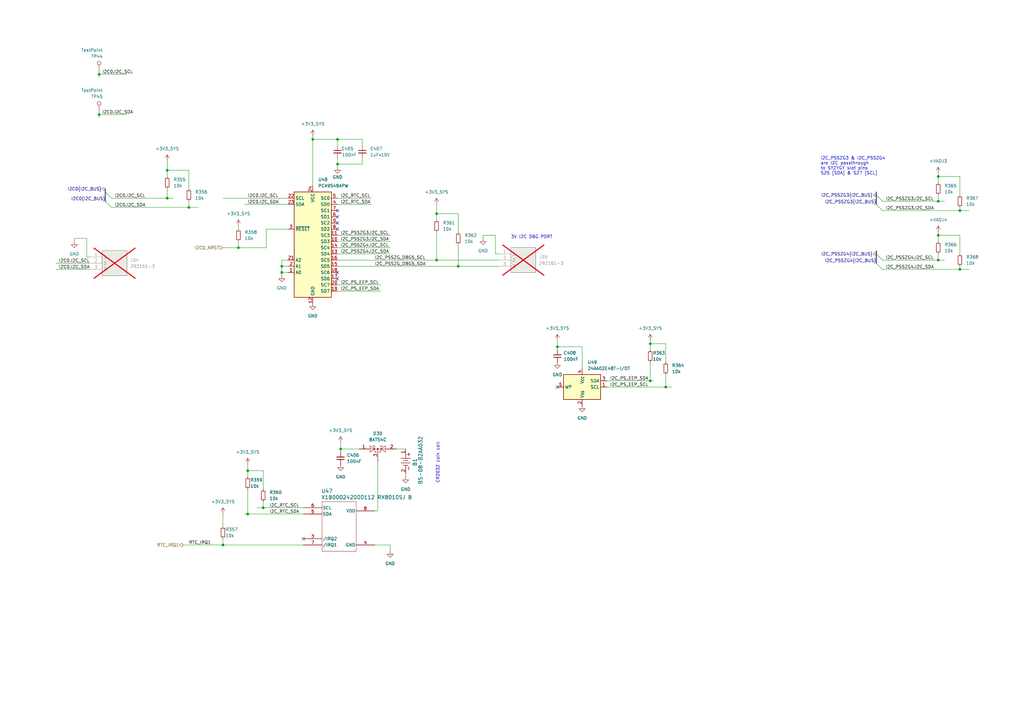
<source format=kicad_sch>
(kicad_sch (version 20250114) (generator "eeschema") (generator_version "9.0")
  (paper "A3")
  (title_block (title "NASR-M") (date "2025-09-26") (rev "D 0.9.4") (company "electrodyssey.net") (comment 2 "(c) Nazim 2025") (comment 3 "Author: Nazim Aghabayov") (comment 4 "SYZYGY Carrier Mainboard") (comment 5 "rel: Fletched Bustard"))
  (lib_symbols
    (symbol "292161-3:292161-3"
      (property "Reference" "J" (at 16.51 7.62 0))
      (property "Value" "292161-3" (at 16.51 5.08 0))
      (symbol "292161-3_1_1"
        (rectangle (start 5.08 2.54) (end 15.24 -7.62) (stroke (width 0.254)) (fill (type background)))
        (pin passive line (at 0 0 0) (length 5.08) (name "1") (number "1"))
        (pin passive line (at 0 -2.54 0) (length 5.08) (name "2") (number "2"))
        (pin passive line (at 0 -5.08 0) (length 5.08) (name "3") (number "3"))
      )
    )
    (symbol "BS-08-B2AA032:BS-08-B2AA032" (pin_names (offset 0.254))
      (property "Reference" "B" (at 4.826 3.81 0))
      (property "Value" "BS-08-B2AA032" (at 4.826 -3.81 0))
      (symbol "BS-08-B2AA032_0_1"
        (polyline (pts (xy 1.5875 1.27) (xy 2.8575 1.27)) (stroke (width 0.2032)))
        (polyline (pts (xy 2.2225 0.635) (xy 2.2225 1.905)) (stroke (width 0.2032)))
        (polyline (pts (xy 2.54 0) (xy 3.81 0)) (stroke (width 0.2032)))
        (polyline (pts (xy 3.81 -1.905) (xy 3.81 1.905)) (stroke (width 0.2032)))
        (polyline (pts (xy 4.7625 0.9525) (xy 4.7625 -0.9525)) (stroke (width 0.2032)))
        (polyline (pts (xy 5.715 -1.905) (xy 5.715 1.905)) (stroke (width 0.2032)))
        (polyline (pts (xy 6.6675 0.9525) (xy 6.6675 -0.9525)) (stroke (width 0.2032)))
        (polyline (pts (xy 6.6675 0) (xy 7.62 0)) (stroke (width 0.2032)))
        (polyline (pts (xy 7.3025 1.27) (xy 8.5725 1.27)) (stroke (width 0.2032)))
        (pin unspecified line (at 0 0 0) (length 2.54) (name "") (number "1"))
        (pin unspecified line (at 10.16 0 180) (length 2.54) (name "") (number "2"))
      )
    )
    (symbol "Connector:TestPoint" (pin_numbers (hide yes)) (pin_names (offset 0.762) (hide yes))
      (property "Reference" "TP" (at 0 6.858 0))
      (property "Value" "TestPoint" (at 0 5.08 0))
      (symbol "TestPoint_0_1"
        (circle (center 0 3.302) (radius 0.762))
      )
      (symbol "TestPoint_1_1"
        (pin passive line (at 0 0 90) (length 2.54) (name "1") (number "1"))
      )
    )
    (symbol "Device:C_Small" (pin_numbers (hide yes)) (pin_names (offset 0.254) (hide yes))
      (property "Reference" "C" (at 0.254 1.778 0))
      (property "Value" "C_Small" (at 0.254 -2.032 0))
      (symbol "C_Small_0_1"
        (polyline (pts (xy -1.524 0.508) (xy 1.524 0.508)) (stroke (width 0.3048)))
        (polyline (pts (xy -1.524 -0.508) (xy 1.524 -0.508)) (stroke (width 0.3302)))
      )
      (symbol "C_Small_1_1"
        (pin passive line (at 0 2.54 270) (length 2.032) (name "~") (number "1"))
        (pin passive line (at 0 -2.54 90) (length 2.032) (name "~") (number "2"))
      )
    )
    (symbol "Device:R_Small" (pin_numbers (hide yes)) (pin_names (offset 0.254) (hide yes))
      (property "Reference" "R" (at 0.762 0.508 0))
      (property "Value" "R_Small" (at 0.762 -1.016 0))
      (symbol "R_Small_0_1"
        (rectangle (start -0.762 1.778) (end 0.762 -1.778) (stroke (width 0.2032)))
      )
      (symbol "R_Small_1_1"
        (pin passive line (at 0 2.54 270) (length 0.762) (name "~") (number "1"))
        (pin passive line (at 0 -2.54 90) (length 0.762) (name "~") (number "2"))
      )
    )
    (symbol "Diode:BAT54C" (pin_names (offset 1.016))
      (property "Reference" "D" (at 0.635 -3.81 0))
      (property "Value" "BAT54C" (at -6.35 3.175 0))
      (symbol "BAT54C_0_1"
        (polyline (pts (xy -3.175 -1.27) (xy -3.175 1.27) (xy -1.27 0) (xy -3.175 -1.27)))
        (polyline (pts (xy -1.905 1.27) (xy -1.905 1.016)))
        (polyline (pts (xy -1.905 0) (xy 1.905 0)))
        (polyline (pts (xy -1.27 1.27) (xy -1.905 1.27)))
        (polyline (pts (xy -1.27 1.27) (xy -1.27 -1.27)))
        (polyline (pts (xy -1.27 0) (xy -3.81 0)))
        (polyline (pts (xy -1.27 -1.27) (xy -0.635 -1.27)))
        (polyline (pts (xy -0.635 -1.27) (xy -0.635 -1.016)))
        (circle (center 0 0) (radius 0.254) (fill (type outline)))
        (polyline (pts (xy 0.635 -1.27) (xy 0.635 -1.016)))
        (polyline (pts (xy 1.27 1.27) (xy 1.27 -1.27)))
        (polyline (pts (xy 1.27 1.27) (xy 1.905 1.27)))
        (polyline (pts (xy 1.27 -1.27) (xy 0.635 -1.27)))
        (polyline (pts (xy 1.905 1.27) (xy 1.905 1.016)))
        (polyline (pts (xy 3.175 -1.27) (xy 3.175 1.27) (xy 1.27 0) (xy 3.175 -1.27)))
        (polyline (pts (xy 3.81 0) (xy 1.27 0)))
      )
      (symbol "BAT54C_1_1"
        (pin passive line (at -7.62 0 0) (length 3.81) (name "~") (number "1"))
        (pin passive line (at 0 -5.08 90) (length 5.08) (name "~") (number "3"))
        (pin passive line (at 7.62 0 180) (length 3.81) (name "~") (number "2"))
      )
    )
    (symbol "GPWR3V3SYS:+3V3SYS" (power) (pin_names (offset 0))
      (property "Value" "+3V3SYS" (at 0 5.334 0))
      (symbol "+3V3SYS_0_1"
        (polyline (pts (xy -0.762 1.27) (xy 0 2.54)))
        (polyline (pts (xy 0 2.54) (xy 0.762 1.27)))
        (polyline (pts (xy 0 0) (xy 0 2.54)))
      )
      (symbol "+3V3SYS_1_1"
        (pin power_in line (at 0 0 90) (length 0) (hide yes) (name "+3V3_SYS") (number "1"))
      )
    )
    (symbol "GPWRVADJ:+VADJ" (power) (pin_names (offset 0))
      (property "Value" "+VADJ" (at 0 5.334 0))
      (symbol "+VADJ_0_1"
        (polyline (pts (xy -0.762 1.27) (xy 0 2.54)))
        (polyline (pts (xy 0 2.54) (xy 0.762 1.27)))
        (polyline (pts (xy 0 0) (xy 0 2.54)))
      )
      (symbol "+VADJ_1_1"
        (pin power_in line (at 0 0 90) (length 0) (hide yes) (name "+VADJ") (number "1"))
      )
    )
    (symbol "Interface_Expansion:PCA9548APW"
      (property "Reference" "U" (at -7.62 21.59 0))
      (property "Value" "PCA9548APW" (at 1.016 21.59 0))
      (symbol "PCA9548APW_0_1"
        (rectangle (start -7.62 20.32) (end 7.62 -22.86) (stroke (width 0.254)) (fill (type background)))
      )
      (symbol "PCA9548APW_1_1"
        (pin input line (at -10.16 17.78 0) (length 2.54) (name "SCL") (number "22"))
        (pin bidirectional line (at -10.16 15.24 0) (length 2.54) (name "SDA") (number "23"))
        (pin input line (at -10.16 5.08 0) (length 2.54) (name "~{RESET}") (number "3"))
        (pin input line (at -10.16 -7.62 0) (length 2.54) (name "A2") (number "21"))
        (pin input line (at -10.16 -10.16 0) (length 2.54) (name "A1") (number "2"))
        (pin input line (at -10.16 -12.7 0) (length 2.54) (name "A0") (number "1"))
        (pin power_in line (at 0 22.86 270) (length 2.54) (name "VCC") (number "24"))
        (pin power_in line (at 0 -25.4 90) (length 2.54) (name "GND") (number "12"))
        (pin output line (at 10.16 17.78 180) (length 2.54) (name "SC0") (number "5"))
        (pin bidirectional line (at 10.16 15.24 180) (length 2.54) (name "SD0") (number "4"))
        (pin output line (at 10.16 12.7 180) (length 2.54) (name "SC1") (number "7"))
        (pin bidirectional line (at 10.16 10.16 180) (length 2.54) (name "SD1") (number "6"))
        (pin output line (at 10.16 7.62 180) (length 2.54) (name "SC2") (number "9"))
        (pin bidirectional line (at 10.16 5.08 180) (length 2.54) (name "SD2") (number "8"))
        (pin output line (at 10.16 2.54 180) (length 2.54) (name "SC3") (number "11"))
        (pin bidirectional line (at 10.16 0 180) (length 2.54) (name "SD3") (number "10"))
        (pin output line (at 10.16 -2.54 180) (length 2.54) (name "SC4") (number "14"))
        (pin bidirectional line (at 10.16 -5.08 180) (length 2.54) (name "SD4") (number "13"))
        (pin output line (at 10.16 -7.62 180) (length 2.54) (name "SC5") (number "16"))
        (pin bidirectional line (at 10.16 -10.16 180) (length 2.54) (name "SD5") (number "15"))
        (pin output line (at 10.16 -12.7 180) (length 2.54) (name "SC6") (number "18"))
        (pin bidirectional line (at 10.16 -15.24 180) (length 2.54) (name "SD6") (number "17"))
        (pin output line (at 10.16 -17.78 180) (length 2.54) (name "SC7") (number "20"))
        (pin bidirectional line (at 10.16 -20.32 180) (length 2.54) (name "SD7") (number "19"))
      )
    )
    (symbol "Memory_EEPROM:24AA02-OT"
      (property "Reference" "U" (at -7.62 6.35 0))
      (property "Value" "24AA02-OT" (at 2.54 -6.35 0))
      (symbol "24AA02-OT_1_1"
        (rectangle (start -7.62 5.08) (end 7.62 -5.08) (stroke (width 0.254)) (fill (type background)))
        (pin input line (at -10.16 0 0) (length 2.54) (name "WP") (number "5"))
        (pin power_in line (at 0 7.62 270) (length 2.54) (name "V_{CC}") (number "4"))
        (pin power_in line (at 0 -7.62 90) (length 2.54) (name "V_{SS}") (number "2"))
        (pin bidirectional line (at 10.16 2.54 180) (length 2.54) (name "SDA") (number "3"))
        (pin input line (at 10.16 0 180) (length 2.54) (name "SCL") (number "1"))
      )
    )
    (symbol "RX8010SJ:X1B000242000112_RX8010SJ_B" (pin_names (offset 0.254))
      (property "Reference" "U25" (at 16.764 12.954 0))
      (property "Value" "X1B000242000112 RX8010SJ B" (at 33.02 10.414 0))
      (symbol "X1B000242000112_RX8010SJ_B_0_1"
        (polyline (pts (xy 16.51 7.62) (xy 16.51 -12.7)) (stroke (width 0.127)))
        (polyline (pts (xy 16.51 -12.7) (xy 30.48 -12.7)) (stroke (width 0.127)))
        (polyline (pts (xy 30.48 7.62) (xy 16.51 7.62)) (stroke (width 0.127)))
        (polyline (pts (xy 30.48 -12.7) (xy 30.48 7.62)) (stroke (width 0.127)))
        (pin power_in line (at 38.1 3.81 180) (length 7.62) (name "VDD") (number "8"))
      )
      (symbol "X1B000242000112_RX8010SJ_B_1_1"
        (pin input line (at 8.89 5.08 0) (length 7.62) (name "SCL") (number "6"))
        (pin bidirectional line (at 8.89 2.54 0) (length 7.62) (name "SDA") (number "5"))
        (pin output line (at 8.89 -7.62 0) (length 7.62) (name "/IRQ2") (number "3"))
        (pin output line (at 8.89 -10.16 0) (length 7.62) (name "/IRQ1") (number "7"))
        (pin no_connect line (at 38.1 -2.54 180) (length 7.62) (hide yes) (name "NC") (number "1"))
        (pin no_connect line (at 38.1 -5.08 180) (length 7.62) (hide yes) (name "NC") (number "2"))
        (pin power_out line (at 38.1 -10.16 180) (length 7.62) (name "GND") (number "4"))
      )
    )
    (symbol "power:GND" (power) (pin_numbers (hide yes)) (pin_names (offset 0) (hide yes))
      (property "Value" "GND" (at 0 -3.81 0))
      (symbol "GND_0_1"
        (polyline (pts (xy 0 0) (xy 0 -1.27) (xy 1.27 -1.27) (xy 0 -2.54) (xy -1.27 -1.27) (xy 0 -1.27)))
      )
      (symbol "GND_1_1"
        (pin power_in line (at 0 0 270) (length 0) (name "~") (number "1"))
      )
    )
  )
  (text "3V I2C DBG PORT" (at 209.55 97.282 0) (effects (font (size 1.27 1.27)) (justify left)))
  (text "CR2032 coin cell" (at 179.578 189.738 90) (effects (font (size 1.27 1.27))))
  (text "I2C_PSSZG3 & I2C_PSSZG4\nare I2C passthrough\nto SYZYGY slot pins\nS25 [SDA] & S27 [SCL]" (at 336.55 68.072 0) (effects (font (size 1.27 1.27)) (justify left)))
  (junction (at 384.81 96.52))
  (junction (at 393.7 86.36))
  (junction (at 101.6 210.82))
  (junction (at 128.27 57.15))
  (junction (at 384.81 106.68))
  (junction (at 101.6 193.04))
  (junction (at 68.58 81.28))
  (junction (at 115.57 111.76))
  (junction (at 138.43 67.31))
  (junction (at 179.07 87.63))
  (junction (at 384.81 72.39))
  (junction (at 68.58 69.85))
  (junction (at 273.05 158.75))
  (junction (at 91.44 223.52))
  (junction (at 266.7 140.97))
  (junction (at 228.6 142.24))
  (junction (at 179.07 106.68))
  (junction (at 139.7 184.15))
  (junction (at 77.47 85.09))
  (junction (at 266.7 156.21))
  (junction (at 138.43 57.15))
  (junction (at 187.96 109.22))
  (junction (at 393.7 110.49))
  (junction (at 107.95 208.28))
  (junction (at 115.57 109.22))
  (junction (at 40.64 46.99))
  (junction (at 97.79 101.6))
  (junction (at 40.64 30.48))
  (junction (at 384.81 82.55))
  (no_connect (at 138.43 91.44))
  (no_connect (at 138.43 88.9))
  (no_connect (at 138.43 111.76))
  (no_connect (at 138.43 93.98))
  (no_connect (at 124.46 220.98))
  (no_connect (at 228.6 158.75))
  (no_connect (at 138.43 114.3))
  (no_connect (at 138.43 86.36))
  (bus_entry (at 359.41 83.82) (size 2.54 2.54))
  (bus_entry (at 359.41 107.95) (size 2.54 2.54))
  (bus_entry (at 43.18 78.74) (size 2.54 2.54))
  (bus_entry (at 359.41 104.14) (size 2.54 2.54))
  (bus_entry (at 359.41 80.01) (size 2.54 2.54))
  (bus_entry (at 43.18 82.55) (size 2.54 2.54))
  (wire (pts (xy 97.79 92.71) (xy 97.79 93.98)))
  (wire (pts (xy 154.94 209.55) (xy 153.67 209.55)))
  (wire (pts (xy 101.6 210.82) (xy 124.46 210.82)))
  (wire (pts (xy 273.05 140.97) (xy 266.7 140.97)))
  (wire (pts (xy 266.7 139.7) (xy 266.7 140.97)))
  (wire (pts (xy 384.81 82.55) (xy 387.35 82.55)))
  (wire (pts (xy 166.37 195.58) (xy 166.37 194.31)))
  (wire (pts (xy 40.64 46.99) (xy 52.07 46.99)))
  (wire (pts (xy 179.07 106.68) (xy 204.47 106.68)))
  (wire (pts (xy 384.81 106.68) (xy 387.35 106.68)))
  (wire (pts (xy 384.81 80.01) (xy 384.81 82.55)))
  (wire (pts (xy 68.58 77.47) (xy 68.58 81.28)))
  (wire (pts (xy 128.27 57.15) (xy 128.27 76.2)))
  (wire (pts (xy 97.79 99.06) (xy 97.79 101.6)))
  (wire (pts (xy 162.56 184.15) (xy 166.37 184.15)))
  (wire (pts (xy 100.33 210.82) (xy 101.6 210.82)))
  (wire (pts (xy 139.7 184.15) (xy 139.7 185.42)))
  (wire (pts (xy 266.7 156.21) (xy 267.97 156.21)))
  (bus (pts (xy 359.41 104.14) (xy 359.41 107.95)))
  (wire (pts (xy 40.64 45.72) (xy 40.64 46.99)))
  (wire (pts (xy 248.92 156.21) (xy 266.7 156.21)))
  (wire (pts (xy 187.96 95.25) (xy 187.96 87.63)))
  (wire (pts (xy 248.92 158.75) (xy 273.05 158.75)))
  (wire (pts (xy 138.43 83.82) (xy 152.4 83.82)))
  (wire (pts (xy 77.47 85.09) (xy 81.28 85.09)))
  (wire (pts (xy 91.44 223.52) (xy 124.46 223.52)))
  (wire (pts (xy 204.47 104.14) (xy 203.2 104.14)))
  (wire (pts (xy 179.07 95.25) (xy 179.07 106.68)))
  (wire (pts (xy 361.95 82.55) (xy 384.81 82.55)))
  (wire (pts (xy 138.43 81.28) (xy 152.4 81.28)))
  (wire (pts (xy 115.57 109.22) (xy 115.57 111.76)))
  (wire (pts (xy 203.2 96.52) (xy 198.12 96.52)))
  (wire (pts (xy 138.43 57.15) (xy 138.43 59.69)))
  (wire (pts (xy 138.43 119.38) (xy 156.21 119.38)))
  (wire (pts (xy 238.76 151.13) (xy 238.76 142.24)))
  (wire (pts (xy 22.86 107.95) (xy 36.83 107.95)))
  (wire (pts (xy 40.64 30.48) (xy 52.07 30.48)))
  (wire (pts (xy 40.64 46.99) (xy 40.64 48.26)))
  (wire (pts (xy 45.72 85.09) (xy 77.47 85.09)))
  (wire (pts (xy 91.44 220.98) (xy 91.44 223.52)))
  (wire (pts (xy 384.81 72.39) (xy 384.81 74.93)))
  (wire (pts (xy 160.02 223.52) (xy 160.02 226.06)))
  (wire (pts (xy 179.07 83.82) (xy 179.07 87.63)))
  (wire (pts (xy 91.44 210.82) (xy 91.44 215.9)))
  (wire (pts (xy 273.05 158.75) (xy 275.59 158.75)))
  (wire (pts (xy 40.64 30.48) (xy 40.64 31.75)))
  (wire (pts (xy 115.57 111.76) (xy 118.11 111.76)))
  (wire (pts (xy 138.43 99.06) (xy 160.02 99.06)))
  (wire (pts (xy 91.44 81.28) (xy 118.11 81.28)))
  (wire (pts (xy 101.6 190.5) (xy 101.6 193.04)))
  (wire (pts (xy 77.47 82.55) (xy 77.47 85.09)))
  (wire (pts (xy 187.96 87.63) (xy 179.07 87.63)))
  (wire (pts (xy 393.7 110.49) (xy 397.51 110.49)))
  (wire (pts (xy 97.79 101.6) (xy 109.22 101.6)))
  (wire (pts (xy 35.56 97.79) (xy 30.48 97.79)))
  (wire (pts (xy 68.58 81.28) (xy 71.12 81.28)))
  (wire (pts (xy 138.43 109.22) (xy 187.96 109.22)))
  (wire (pts (xy 68.58 69.85) (xy 68.58 72.39)))
  (wire (pts (xy 384.81 96.52) (xy 384.81 99.06)))
  (wire (pts (xy 101.6 193.04) (xy 101.6 195.58)))
  (wire (pts (xy 107.95 205.74) (xy 107.95 208.28)))
  (wire (pts (xy 138.43 57.15) (xy 148.59 57.15)))
  (wire (pts (xy 30.48 97.79) (xy 30.48 99.06)))
  (wire (pts (xy 91.44 101.6) (xy 97.79 101.6)))
  (wire (pts (xy 273.05 153.67) (xy 273.05 158.75)))
  (wire (pts (xy 77.47 77.47) (xy 77.47 69.85)))
  (wire (pts (xy 107.95 200.66) (xy 107.95 193.04)))
  (wire (pts (xy 228.6 139.7) (xy 228.6 142.24)))
  (wire (pts (xy 138.43 67.31) (xy 138.43 64.77)))
  (wire (pts (xy 179.07 87.63) (xy 179.07 90.17)))
  (wire (pts (xy 36.83 105.41) (xy 35.56 105.41)))
  (wire (pts (xy 74.93 223.52) (xy 91.44 223.52)))
  (wire (pts (xy 361.95 106.68) (xy 384.81 106.68)))
  (wire (pts (xy 228.6 142.24) (xy 238.76 142.24)))
  (wire (pts (xy 384.81 95.25) (xy 384.81 96.52)))
  (bus (pts (xy 359.41 78.74) (xy 359.41 80.01)))
  (wire (pts (xy 266.7 140.97) (xy 266.7 143.51)))
  (wire (pts (xy 393.7 80.01) (xy 393.7 72.39)))
  (wire (pts (xy 101.6 200.66) (xy 101.6 210.82)))
  (wire (pts (xy 203.2 104.14) (xy 203.2 96.52)))
  (wire (pts (xy 22.86 110.49) (xy 36.83 110.49)))
  (wire (pts (xy 139.7 181.61) (xy 139.7 184.15)))
  (wire (pts (xy 393.7 104.14) (xy 393.7 96.52)))
  (wire (pts (xy 105.41 208.28) (xy 107.95 208.28)))
  (wire (pts (xy 138.43 68.58) (xy 138.43 67.31)))
  (wire (pts (xy 107.95 208.28) (xy 124.46 208.28)))
  (wire (pts (xy 384.81 71.12) (xy 384.81 72.39)))
  (wire (pts (xy 361.95 86.36) (xy 393.7 86.36)))
  (wire (pts (xy 118.11 106.68) (xy 115.57 106.68)))
  (bus (pts (xy 359.41 80.01) (xy 359.41 83.82)))
  (wire (pts (xy 138.43 96.52) (xy 160.02 96.52)))
  (wire (pts (xy 138.43 101.6) (xy 160.02 101.6)))
  (bus (pts (xy 43.18 77.47) (xy 43.18 78.74)))
  (wire (pts (xy 153.67 223.52) (xy 160.02 223.52)))
  (bus (pts (xy 43.18 78.74) (xy 43.18 82.55)))
  (wire (pts (xy 154.94 189.23) (xy 154.94 209.55)))
  (wire (pts (xy 115.57 111.76) (xy 115.57 113.03)))
  (wire (pts (xy 393.7 96.52) (xy 384.81 96.52)))
  (wire (pts (xy 107.95 193.04) (xy 101.6 193.04)))
  (bus (pts (xy 359.41 102.87) (xy 359.41 104.14)))
  (wire (pts (xy 393.7 109.22) (xy 393.7 110.49)))
  (wire (pts (xy 138.43 116.84) (xy 156.21 116.84)))
  (wire (pts (xy 109.22 101.6) (xy 109.22 93.98)))
  (wire (pts (xy 198.12 96.52) (xy 198.12 97.79)))
  (wire (pts (xy 77.47 69.85) (xy 68.58 69.85)))
  (wire (pts (xy 393.7 86.36) (xy 397.51 86.36)))
  (wire (pts (xy 228.6 142.24) (xy 228.6 143.51)))
  (wire (pts (xy 138.43 67.31) (xy 148.59 67.31)))
  (wire (pts (xy 266.7 148.59) (xy 266.7 156.21)))
  (wire (pts (xy 138.43 106.68) (xy 179.07 106.68)))
  (wire (pts (xy 187.96 100.33) (xy 187.96 109.22)))
  (wire (pts (xy 115.57 106.68) (xy 115.57 109.22)))
  (wire (pts (xy 361.95 110.49) (xy 393.7 110.49)))
  (wire (pts (xy 393.7 72.39) (xy 384.81 72.39)))
  (wire (pts (xy 45.72 81.28) (xy 68.58 81.28)))
  (wire (pts (xy 139.7 184.15) (xy 147.32 184.15)))
  (wire (pts (xy 128.27 57.15) (xy 138.43 57.15)))
  (wire (pts (xy 109.22 93.98) (xy 118.11 93.98)))
  (wire (pts (xy 148.59 57.15) (xy 148.59 59.69)))
  (wire (pts (xy 100.33 83.82) (xy 118.11 83.82)))
  (wire (pts (xy 115.57 109.22) (xy 118.11 109.22)))
  (wire (pts (xy 138.43 104.14) (xy 160.02 104.14)))
  (wire (pts (xy 68.58 66.04) (xy 68.58 69.85)))
  (wire (pts (xy 273.05 148.59) (xy 273.05 140.97)))
  (wire (pts (xy 148.59 64.77) (xy 148.59 67.31)))
  (wire (pts (xy 187.96 109.22) (xy 204.47 109.22)))
  (wire (pts (xy 40.64 29.21) (xy 40.64 30.48)))
  (wire (pts (xy 384.81 104.14) (xy 384.81 106.68)))
  (wire (pts (xy 128.27 55.88) (xy 128.27 57.15)))
  (wire (pts (xy 393.7 85.09) (xy 393.7 86.36)))
  (wire (pts (xy 35.56 105.41) (xy 35.56 97.79)))
  (label "I2C_RTC_SDA" (at 110.49 210.82 0))
  (label "I2C_PSSZG3.I2C_SCL" (at 363.22 82.55 0))
  (label "I2C0.I2C_SCL" (at 24.13 107.95 0))
  (label "I2C0{I2C_BUS}" (at 43.18 82.55 180))
  (label "I2C_RTC_SCL" (at 110.49 208.28 0))
  (label "I2C0.I2C_SCL" (at 101.6 81.28 0))
  (label "I2C_PSSZG4.I2C_SDA" (at 363.22 110.49 0))
  (label "I2C_RTC_SCL" (at 139.7 81.28 0))
  (label "I2C_PSSZG4.I2C_SCL" (at 363.22 106.68 0))
  (label "I2C_RTC_SDA" (at 139.7 83.82 0))
  (label "I2C_PS_EEP_SDA" (at 139.7 119.38 0))
  (label "I2C_PSSZG4{I2C_BUS}" (at 359.41 107.95 180))
  (label "RTC_IRQ1" (at 77.47 223.52 0))
  (label "I2C0.I2C_SDA" (at 46.99 85.09 0))
  (label "I2C_PSSZG4.I2C_SCL" (at 139.7 101.6 0))
  (label "I2C_PS_EEP_SDA" (at 250.19 156.21 0))
  (label "I2C_PSSZG3.I2C_SDA" (at 363.22 86.36 0))
  (label "I2C_PSSZG3{I2C_BUS}" (at 359.41 83.82 180))
  (label "I2C_PSSZG3.I2C_SCL" (at 139.7 96.52 0))
  (label "I2C_PSSZG3.I2C_SDA" (at 139.7 99.06 0))
  (label "I2C0.I2C_SDA" (at 41.91 46.99 0))
  (label "I2C_PS_EEP_SCL" (at 250.19 158.75 0))
  (label "I2C0.I2C_SCL" (at 46.99 81.28 0))
  (label "I2C0.I2C_SCL" (at 41.91 30.48 0))
  (label "I2C0.I2C_SDA" (at 101.6 83.82 0))
  (label "I2C_PSSZG4.I2C_SDA" (at 139.7 104.14 0))
  (label "I2C_PSSZG_DBG5_SDA" (at 153.67 109.22 0))
  (label "I2C_PSSZG_DBG5_SCL" (at 153.67 106.68 0))
  (label "I2C_PS_EEP_SCL" (at 139.7 116.84 0))
  (label "I2C0.I2C_SDA" (at 24.13 110.49 0))
  (hierarchical_label "I2C_PSSZG3{I2C_BUS}" (shape bidirectional) (at 359.41 80.01 180))
  (hierarchical_label "I2C0{I2C_BUS}" (shape bidirectional) (at 43.18 77.47 180))
  (hierarchical_label "RTC_IRQ1" (shape output) (at 74.93 223.52 180))
  (hierarchical_label "I2C0_NRST" (shape input) (at 91.44 101.6 180))
  (hierarchical_label "I2C_PSSZG4{I2C_BUS}" (shape bidirectional) (at 359.41 104.14 180))
  (symbol (lib_id "Connector:TestPoint") (at 40.64 45.72 0) (unit 1)
    (property "Reference" "TP45" (at 42.164 39.624 0) (effects (justify right)))
    (property "Value" "TestPoint" (at 42.164 37.084 0) (effects (justify right)))
    (property "Footprint" "TestPoint:TestPoint_Pad_D1.0mm" (effects (hide yes)))
    (property "Description" "test point" (effects (hide yes)))
  )
  (symbol (lib_id "Interface_Expansion:PCA9548APW") (at 128.27 99.06 0) (unit 1)
    (property "Reference" "U48" (at 130.4641 73.66 0) (effects (justify left)))
    (property "Value" "PCA9548APW" (at 130.4641 76.2 0) (effects (justify left)))
    (property "Footprint" "Package_SO:TSSOP-24_4.4x7.8mm_P0.65mm" (effects (hide yes)))
    (property "Datasheet" "http://www.ti.com/lit/ds/symlink/pca9548a.pdf" (effects (hide yes)))
    (property "Description" "Low voltage 8-channel I2C switch with reset, TSSOP-24" (effects (hide yes)))
    (property "JLCPCB Part #" "C21198" (effects (hide yes)))
  )
  (symbol (lib_id "power:GND") (at 166.37 195.58 0) (unit 1)
    (property "Reference" "#PWR0511" (effects (hide yes)))
    (property "Value" "GND" (at 166.37 200.66 0))
    (property "Description" "Power symbol creates a global label with name \"GND\" , ground" (effects (hide yes)))
  )
  (symbol (lib_id "Device:R_Small") (at 273.05 151.13 0) (unit 1)
    (property "Reference" "R364" (at 275.59 149.8599 0) (effects (justify left)))
    (property "Value" "10k" (at 275.59 152.3999 0) (effects (justify left)))
    (property "Footprint" "Resistor_SMD:R_0402_1005Metric" (effects (hide yes)))
    (property "JLCPCB Part #" "C25744" (effects (hide yes)))
    (property "Part" "0402WGF1002TCE" (effects (hide yes)))
  )
  (symbol (lib_id "Device:R_Small") (at 384.81 101.6 0) (unit 1)
    (property "Reference" "R366" (at 387.35 100.3299 0) (effects (justify left)))
    (property "Value" "10k" (at 387.35 102.8699 0) (effects (justify left)))
    (property "Footprint" "Resistor_SMD:R_0402_1005Metric" (effects (hide yes)))
    (property "JLCPCB Part #" "C25744" (effects (hide yes)))
    (property "Part" "0402WGF1002TCE" (effects (hide yes)))
  )
  (symbol (lib_id "Connector:TestPoint") (at 40.64 29.21 0) (unit 1)
    (property "Reference" "TP44" (at 42.164 23.114 0) (effects (justify right)))
    (property "Value" "TestPoint" (at 42.164 20.574 0) (effects (justify right)))
    (property "Footprint" "TestPoint:TestPoint_Pad_D1.0mm" (effects (hide yes)))
    (property "Description" "test point" (effects (hide yes)))
  )
  (symbol (lib_id "power:GND") (at 160.02 226.06 0) (unit 1)
    (property "Reference" "#PWR0510" (effects (hide yes)))
    (property "Value" "GND" (at 160.02 231.14 0))
    (property "Description" "Power symbol creates a global label with name \"GND\" , ground" (effects (hide yes)))
  )
  (symbol (lib_id "GPWR3V3SYS:+3V3SYS") (at 139.7 181.61 0) (unit 1)
    (property "Reference" "#PWR3V3SYS056" (effects (hide yes)))
    (property "Value" "+3V3_SYS" (at 139.7 176.53 0))
    (property "Description" "Power symbol creates a global label with name \"+3V3SYS\"" (effects (hide yes)))
  )
  (symbol (lib_id "Diode:BAT54C") (at 154.94 184.15 0) (unit 1)
    (property "Reference" "D30" (at 154.94 177.8 0))
    (property "Value" "BAT54C" (at 154.94 180.34 0))
    (property "Footprint" "Package_TO_SOT_SMD:SOT-23" (effects (hide yes)))
    (property "Datasheet" "http://www.diodes.com/_files/datasheets/ds11005.pdf" (effects (hide yes)))
    (property "Description" "dual schottky barrier diode, common cathode" (effects (hide yes)))
    (property "JLCPCB Part #" "C2995316" (effects (hide yes)))
    (property "Part" "BAT54C-7-MS" (effects (hide yes)))
  )
  (symbol (lib_id "Device:R_Small") (at 266.7 146.05 0) (unit 1)
    (property "Reference" "R363" (at 267.716 144.78 0) (effects (justify left)))
    (property "Value" "10k" (at 267.716 147.32 0) (effects (justify left)))
    (property "Footprint" "Resistor_SMD:R_0402_1005Metric" (effects (hide yes)))
    (property "JLCPCB Part #" "C25744" (effects (hide yes)))
    (property "Part" "0402WGF1002TCE" (effects (hide yes)))
  )
  (symbol (lib_id "GPWR3V3SYS:+3V3SYS") (at 179.07 83.82 0) (unit 1)
    (property "Reference" "#PWR3V3SYS057" (effects (hide yes)))
    (property "Value" "+3V3_SYS" (at 179.07 78.74 0))
    (property "Description" "Power symbol creates a global label with name \"+3V3SYS\"" (effects (hide yes)))
  )
  (symbol (lib_id "Device:R_Small") (at 393.7 82.55 0) (unit 1)
    (property "Reference" "R367" (at 396.24 81.2799 0) (effects (justify left)))
    (property "Value" "10k" (at 396.24 83.8199 0) (effects (justify left)))
    (property "Footprint" "Resistor_SMD:R_0402_1005Metric" (effects (hide yes)))
    (property "JLCPCB Part #" "C25744" (effects (hide yes)))
    (property "Part" "0402WGF1002TCE" (effects (hide yes)))
  )
  (symbol (lib_id "power:GND") (at 128.27 124.46 0) (unit 1)
    (property "Reference" "#PWR0507" (effects (hide yes)))
    (property "Value" "GND" (at 128.27 129.54 0))
    (property "Description" "Power symbol creates a global label with name \"GND\" , ground" (effects (hide yes)))
  )
  (symbol (lib_id "Device:C_Small") (at 138.43 62.23 0) (unit 1)
    (property "Reference" "C405" (at 139.954 60.96 0) (effects (justify left)))
    (property "Value" "100nF" (at 140.208 63.5 0) (effects (justify left)))
    (property "Footprint" "Capacitor_SMD:C_0402_1005Metric" (effects (hide yes)))
    (property "JLCPCB Part #" "C541465" (effects (hide yes)))
    (property "Part" "CC0402JRX7R8BB104" (effects (hide yes)))
  )
  (symbol (lib_id "GPWR3V3SYS:+3V3SYS") (at 266.7 139.7 0) (unit 1)
    (property "Reference" "#PWR3V3SYS059" (effects (hide yes)))
    (property "Value" "+3V3_SYS" (at 266.7 134.62 0))
    (property "Description" "Power symbol creates a global label with name \"+3V3SYS\"" (effects (hide yes)))
  )
  (symbol (lib_id "Device:C_Small") (at 228.6 146.05 180) (unit 1)
    (property "Reference" "C408" (at 231.14 144.7735 0) (effects (justify right)))
    (property "Value" "100nF" (at 231.14 147.3135 0) (effects (justify right)))
    (property "Footprint" "Capacitor_SMD:C_0402_1005Metric" (effects (hide yes)))
    (property "JLCPCB Part #" "C541465" (effects (hide yes)))
    (property "Part" "CC0402JRX7R8BB104" (effects (hide yes)))
  )
  (symbol (lib_id "Device:R_Small") (at 68.58 74.93 0) (unit 1)
    (property "Reference" "R355" (at 71.12 73.6599 0) (effects (justify left)))
    (property "Value" "10k" (at 71.12 76.1999 0) (effects (justify left)))
    (property "Footprint" "Resistor_SMD:R_0402_1005Metric" (effects (hide yes)))
    (property "JLCPCB Part #" "C25744" (effects (hide yes)))
    (property "Part" "0402WGF1002TCE" (effects (hide yes)))
  )
  (symbol (lib_id "Device:R_Small") (at 77.47 80.01 0) (unit 1)
    (property "Reference" "R356" (at 80.01 78.7399 0) (effects (justify left)))
    (property "Value" "10k" (at 80.01 81.2799 0) (effects (justify left)))
    (property "Footprint" "Resistor_SMD:R_0402_1005Metric" (effects (hide yes)))
    (property "JLCPCB Part #" "C25744" (effects (hide yes)))
    (property "Part" "0402WGF1002TCE" (effects (hide yes)))
  )
  (symbol (lib_id "power:GND") (at 238.76 166.37 0) (unit 1)
    (property "Reference" "#PWR0514" (effects (hide yes)))
    (property "Value" "GND" (at 238.76 171.45 0))
    (property "Description" "Power symbol creates a global label with name \"GND\" , ground" (effects (hide yes)))
  )
  (symbol (lib_id "GPWR3V3SYS:+3V3SYS") (at 97.79 92.71 0) (unit 1)
    (property "Reference" "#PWR3V3SYS053" (effects (hide yes)))
    (property "Value" "+3V3_SYS" (at 97.79 87.63 0))
    (property "Description" "Power symbol creates a global label with name \"+3V3SYS\"" (effects (hide yes)))
  )
  (symbol (lib_id "Device:R_Small") (at 107.95 203.2 0) (unit 1)
    (property "Reference" "R360" (at 110.49 201.9299 0) (effects (justify left)))
    (property "Value" "10k" (at 110.49 204.4699 0) (effects (justify left)))
    (property "Footprint" "Resistor_SMD:R_0402_1005Metric" (effects (hide yes)))
    (property "JLCPCB Part #" "C25744" (effects (hide yes)))
    (property "Part" "0402WGF1002TCE" (effects (hide yes)))
  )
  (symbol (lib_id "power:GND") (at 198.12 97.79 0) (unit 1)
    (property "Reference" "#PWR0512" (effects (hide yes)))
    (property "Value" "GND" (at 198.12 102.87 0))
    (property "Description" "Power symbol creates a global label with name \"GND\" , ground" (effects (hide yes)))
  )
  (symbol (lib_id "Device:R_Small") (at 187.96 97.79 0) (unit 1)
    (property "Reference" "R362" (at 190.5 96.5199 0) (effects (justify left)))
    (property "Value" "10k" (at 190.5 99.0599 0) (effects (justify left)))
    (property "Footprint" "Resistor_SMD:R_0402_1005Metric" (effects (hide yes)))
    (property "JLCPCB Part #" "C25744" (effects (hide yes)))
    (property "Part" "0402WGF1002TCE" (effects (hide yes)))
  )
  (symbol (lib_id "power:GND") (at 228.6 148.59 0) (unit 1)
    (property "Reference" "#PWR0513" (effects (hide yes)))
    (property "Value" "GND" (at 228.6 153.67 0))
    (property "Description" "Power symbol creates a global label with name \"GND\" , ground" (effects (hide yes)))
  )
  (symbol (lib_id "GPWR3V3SYS:+3V3SYS") (at 128.27 55.88 0) (unit 1)
    (property "Reference" "#PWR3V3SYS055" (effects (hide yes)))
    (property "Value" "+3V3_SYS" (at 128.27 50.8 0))
    (property "Description" "Power symbol creates a global label with name \"+3V3SYS\"" (effects (hide yes)))
  )
  (symbol (lib_id "Device:R_Small") (at 179.07 92.71 0) (unit 1)
    (property "Reference" "R361" (at 181.61 91.4399 0) (effects (justify left)))
    (property "Value" "10k" (at 181.61 93.9799 0) (effects (justify left)))
    (property "Footprint" "Resistor_SMD:R_0402_1005Metric" (effects (hide yes)))
    (property "JLCPCB Part #" "C25744" (effects (hide yes)))
    (property "Part" "0402WGF1002TCE" (effects (hide yes)))
  )
  (symbol (lib_id "Memory_EEPROM:24AA02-OT") (at 238.76 158.75 0) (unit 1)
    (property "Reference" "U49" (at 240.9541 148.59 0) (effects (justify left)))
    (property "Value" "24AA02E48T-I/OT" (at 240.9541 151.13 0) (effects (justify left)))
    (property "Footprint" "Package_TO_SOT_SMD:SOT-23-5" (effects (hide yes)))
    (property "Datasheet" "http://ww1.microchip.com/downloads/en/DeviceDoc/21709J.pdf" (effects (hide yes)))
    (property "Description" "I2C Serial EEPROM, 2Kb, SOT-23" (effects (hide yes)))
    (property "Part" "24AA02E48T-I/OT" (effects (hide yes)))
    (property "JLCPCB Part #" "C38987" (effects (hide yes)))
  )
  (symbol (lib_id "Device:R_Small") (at 101.6 198.12 0) (unit 1)
    (property "Reference" "R359" (at 102.616 196.85 0) (effects (justify left)))
    (property "Value" "10k" (at 102.616 199.39 0) (effects (justify left)))
    (property "Footprint" "Resistor_SMD:R_0402_1005Metric" (effects (hide yes)))
    (property "JLCPCB Part #" "C25744" (effects (hide yes)))
    (property "Part" "0402WGF1002TCE" (effects (hide yes)))
  )
  (symbol (lib_id "RX8010SJ:X1B000242000112_RX8010SJ_B") (at 115.57 213.36 0) (unit 1)
    (property "Reference" "U47" (at 134.112 201.422 0) (effects (font (size 1.524 1.524))))
    (property "Value" "X1B000242000112 RX8010SJ B" (at 150.368 203.962 0) (effects (font (size 1.524 1.524))))
    (property "Footprint" "pretty:RX8010SJ_SOP-8_EPS" (effects (hide yes)))
    (property "Datasheet" "X1B000242000112 RX8010SJ B" (effects (hide yes)))
    (property "Part" "RX8010SJ" (effects (hide yes)))
    (property "JLCPCB Part #" "C91734" (effects (hide yes)))
  )
  (symbol (lib_id "GPWRVADJ:+VADJ") (at 384.81 71.12 0) (unit 1)
    (property "Reference" "#PWRVADJ013" (effects (hide yes)))
    (property "Value" "+VADJ3" (at 384.81 66.04 0))
    (property "Description" "Power symbol creates a global label with name \"+VADJ\"" (effects (hide yes)))
  )
  (symbol (lib_id "GPWR3V3SYS:+3V3SYS") (at 68.58 66.04 0) (unit 1)
    (property "Reference" "#PWR3V3SYS051" (effects (hide yes)))
    (property "Value" "+3V3_SYS" (at 68.58 60.96 0))
    (property "Description" "Power symbol creates a global label with name \"+3V3SYS\"" (effects (hide yes)))
  )
  (symbol (lib_id "Device:R_Small") (at 384.81 77.47 0) (unit 1)
    (property "Reference" "R365" (at 387.35 76.1999 0) (effects (justify left)))
    (property "Value" "10k" (at 387.35 78.7399 0) (effects (justify left)))
    (property "Footprint" "Resistor_SMD:R_0402_1005Metric" (effects (hide yes)))
    (property "JLCPCB Part #" "C25744" (effects (hide yes)))
    (property "Part" "0402WGF1002TCE" (effects (hide yes)))
  )
  (symbol (lib_id "power:GND") (at 115.57 113.03 0) (unit 1)
    (property "Reference" "#PWR0506" (effects (hide yes)))
    (property "Value" "GND" (at 115.57 118.11 0))
    (property "Description" "Power symbol creates a global label with name \"GND\" , ground" (effects (hide yes)))
  )
  (symbol (lib_id "Device:C_Small") (at 148.59 62.23 0) (unit 1)
    (property "Reference" "C407" (at 151.765 60.9663 0) (effects (justify left)))
    (property "Value" "1uFx10V" (at 151.765 63.5063 0) (effects (justify left)))
    (property "Footprint" "Capacitor_SMD:C_0603_1608Metric" (effects (hide yes)))
    (property "JLCPCB Part #" "C841050" (effects (hide yes)))
  )
  (symbol (lib_id "GPWR3V3SYS:+3V3SYS") (at 101.6 190.5 0) (unit 1)
    (property "Reference" "#PWR3V3SYS054" (effects (hide yes)))
    (property "Value" "+3V3_SYS" (at 101.6 185.42 0))
    (property "Description" "Power symbol creates a global label with name \"+3V3SYS\"" (effects (hide yes)))
  )
  (symbol (lib_id "GPWR3V3SYS:+3V3SYS") (at 228.6 139.7 0) (unit 1)
    (property "Reference" "#PWR3V3SYS058" (effects (hide yes)))
    (property "Value" "+3V3_SYS" (at 228.6 134.62 0))
    (property "Description" "Power symbol creates a global label with name \"+3V3SYS\"" (effects (hide yes)))
  )
  (symbol (lib_id "Device:R_Small") (at 393.7 106.68 0) (unit 1)
    (property "Reference" "R368" (at 396.24 105.4099 0) (effects (justify left)))
    (property "Value" "10k" (at 396.24 107.9499 0) (effects (justify left)))
    (property "Footprint" "Resistor_SMD:R_0402_1005Metric" (effects (hide yes)))
    (property "JLCPCB Part #" "C25744" (effects (hide yes)))
    (property "Part" "0402WGF1002TCE" (effects (hide yes)))
  )
  (symbol (lib_id "292161-3:292161-3") (at 204.47 104.14 0) (unit 1) (dnp yes)
    (property "Reference" "J35" (at 220.98 105.4099 0) (effects (justify left)))
    (property "Value" "292161-3" (at 220.98 107.9499 0) (effects (justify left)))
    (property "Footprint" "pretty:SHDR3W60P0X200_1X3_780X360X680P" (effects (hide yes)))
    (property "Datasheet" "http://www.te.com/commerce/DocumentDelivery/DDEController?Action=showdoc&DocId=Customer+Drawing%7F292161%7FP1%7Fpdf%7FEnglish%7FENG_CD_292161_P1.pdf%7F292161-3" (effects (hide yes)))
    (property "Description" "AMP - TE CONNECTIVITY - 292161-3 - HEADER, VERTICAL, 3WAY" (effects (hide yes)))
    (property "Height" "6.8" (effects (hide yes)))
    (property "Mouser Part Number" "571-292161-3" (effects (hide yes)))
    (property "Mouser Price/Stock" "https://www.mouser.co.uk/ProductDetail/TE-Connectivity/292161-3?qs=VKrXD49J9Epm0cTL0dEucA%3D%3D" (effects (hide yes)))
    (property "Manufacturer_Name" "TE Connectivity" (effects (hide yes)))
    (property "Manufacturer_Part_Number" "292161-3" (effects (hide yes)))
  )
  (symbol (lib_id "GPWR3V3SYS:+3V3SYS") (at 91.44 210.82 0) (unit 1)
    (property "Reference" "#PWR3V3SYS052" (effects (hide yes)))
    (property "Value" "+3V3_SYS" (at 91.44 205.74 0))
    (property "Description" "Power symbol creates a global label with name \"+3V3SYS\"" (effects (hide yes)))
  )
  (symbol (lib_id "292161-3:292161-3") (at 36.83 105.41 0) (unit 1) (dnp yes)
    (property "Reference" "J34" (at 53.34 106.6799 0) (effects (justify left)))
    (property "Value" "292161-3" (at 53.34 109.2199 0) (effects (justify left)))
    (property "Footprint" "pretty:SHDR3W60P0X200_1X3_780X360X680P" (effects (hide yes)))
    (property "Datasheet" "http://www.te.com/commerce/DocumentDelivery/DDEController?Action=showdoc&DocId=Customer+Drawing%7F292161%7FP1%7Fpdf%7FEnglish%7FENG_CD_292161_P1.pdf%7F292161-3" (effects (hide yes)))
    (property "Description" "AMP - TE CONNECTIVITY - 292161-3 - HEADER, VERTICAL, 3WAY" (effects (hide yes)))
    (property "Height" "6.8" (effects (hide yes)))
    (property "Mouser Part Number" "571-292161-3" (effects (hide yes)))
    (property "Mouser Price/Stock" "https://www.mouser.co.uk/ProductDetail/TE-Connectivity/292161-3?qs=VKrXD49J9Epm0cTL0dEucA%3D%3D" (effects (hide yes)))
    (property "Manufacturer_Name" "TE Connectivity" (effects (hide yes)))
    (property "Manufacturer_Part_Number" "292161-3" (effects (hide yes)))
  )
  (symbol (lib_id "Device:R_Small") (at 97.79 96.52 0) (unit 1)
    (property "Reference" "R358" (at 100.33 95.2499 0) (effects (justify left)))
    (property "Value" "10k" (at 100.33 97.7899 0) (effects (justify left)))
    (property "Footprint" "Resistor_SMD:R_0402_1005Metric" (effects (hide yes)))
    (property "JLCPCB Part #" "C25744" (effects (hide yes)))
    (property "Part" "0402WGF1002TCE" (effects (hide yes)))
  )
  (symbol (lib_id "power:GND") (at 139.7 190.5 0) (unit 1)
    (property "Reference" "#PWR0509" (effects (hide yes)))
    (property "Value" "GND" (at 139.7 195.58 0))
    (property "Description" "Power symbol creates a global label with name \"GND\" , ground" (effects (hide yes)))
  )
  (symbol (lib_id "Device:C_Small") (at 139.7 187.96 180) (unit 1)
    (property "Reference" "C406" (at 142.24 186.6835 0) (effects (justify right)))
    (property "Value" "100nF" (at 142.24 189.2235 0) (effects (justify right)))
    (property "Footprint" "Capacitor_SMD:C_0402_1005Metric" (effects (hide yes)))
    (property "JLCPCB Part #" "C541465" (effects (hide yes)))
    (property "Part" "CC0402JRX7R8BB104" (effects (hide yes)))
  )
  (symbol (lib_id "power:GND") (at 30.48 99.06 0) (unit 1)
    (property "Reference" "#PWR0505" (effects (hide yes)))
    (property "Value" "GND" (at 30.48 104.14 0))
    (property "Description" "Power symbol creates a global label with name \"GND\" , ground" (effects (hide yes)))
  )
  (symbol (lib_id "Device:R_Small") (at 91.44 218.44 0) (unit 1)
    (property "Reference" "R357" (at 92.456 217.17 0) (effects (justify left)))
    (property "Value" "10k" (at 92.456 219.71 0) (effects (justify left)))
    (property "Footprint" "Resistor_SMD:R_0402_1005Metric" (effects (hide yes)))
    (property "JLCPCB Part #" "C25744" (effects (hide yes)))
    (property "Part" "0402WGF1002TCE" (effects (hide yes)))
  )
  (symbol (lib_id "BS-08-B2AA032:BS-08-B2AA032") (at 166.37 184.15 270) (unit 1)
    (property "Reference" "B1" (at 170.18 187.9599 0) (effects (font (size 1.524 1.524)) (justify left)))
    (property "Value" "BS-08-B2AA032" (at 172.466 178.816 0) (effects (font (size 1.524 1.524)) (justify left)))
    (property "Footprint" "pretty:BS-08-B2AA032_MYG" (effects (hide yes)))
    (property "Datasheet" "BS-08-B2AA032" (effects (hide yes)))
    (property "JLCPCB Part #" "C5290173" (effects (hide yes)))
  )
  (symbol (lib_id "power:GND") (at 138.43 68.58 0) (unit 1)
    (property "Reference" "#PWR0508" (effects (hide yes)))
    (property "Value" "GND" (at 138.43 72.644 0))
    (property "Description" "Power symbol creates a global label with name \"GND\" , ground" (effects (hide yes)))
  )
  (symbol (lib_id "GPWRVADJ:+VADJ") (at 384.81 95.25 0) (unit 1)
    (property "Reference" "#PWRVADJ014" (effects (hide yes)))
    (property "Value" "+VADJ4" (at 384.81 90.17 0))
    (property "Description" "Power symbol creates a global label with name \"+VADJ\"" (effects (hide yes)))
  )
)
</source>
